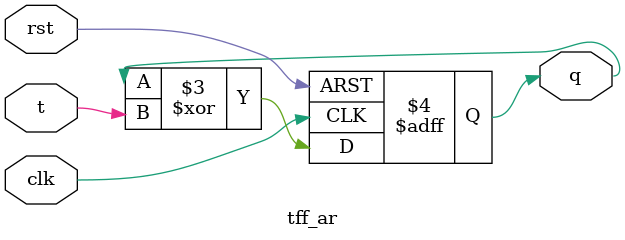
<source format=v>
module tff_ar(
    input t,clk,rst,
    output reg q
);
    always @(posedge clk, negedge rst)
    begin
        if(!rst)
            q <= 1'b0;
        else if(clk)
            q <= q^t;
    end
endmodule
</source>
